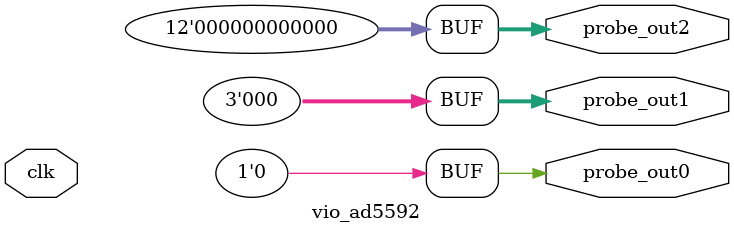
<source format=v>
`timescale 1ns / 1ps
module vio_ad5592 (
clk,

probe_out0,
probe_out1,
probe_out2
);

input clk;

output reg [0 : 0] probe_out0 = 'h0 ;
output reg [2 : 0] probe_out1 = 'h0 ;
output reg [11 : 0] probe_out2 = 'h000 ;


endmodule

</source>
